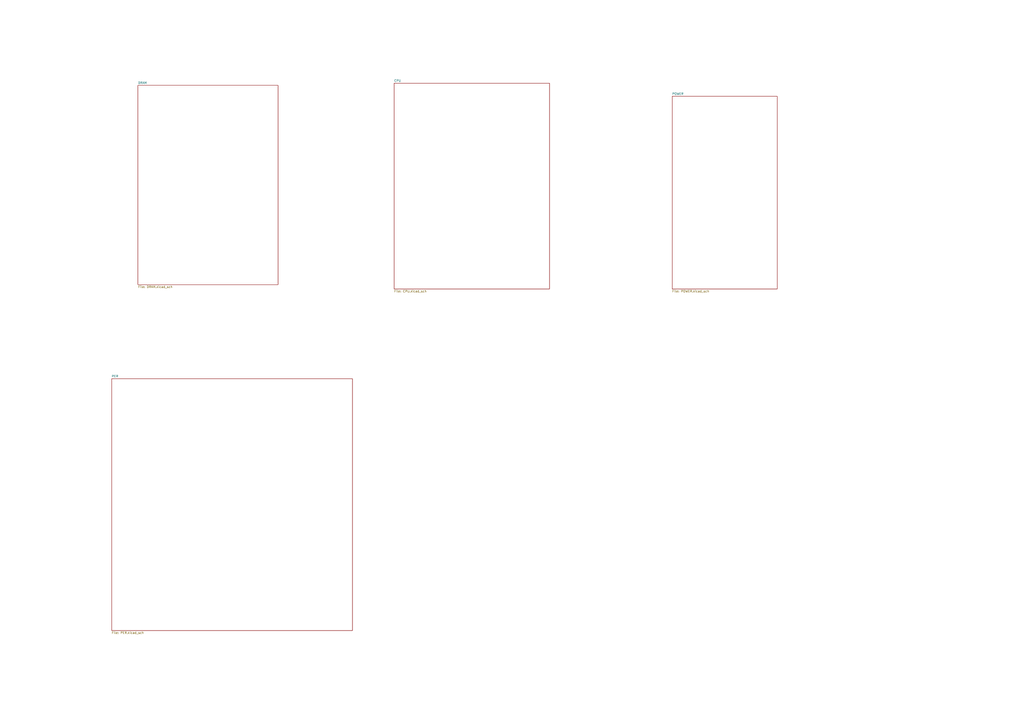
<source format=kicad_sch>
(kicad_sch (version 20211123) (generator eeschema)

  (uuid e63e39d7-6ac0-4ffd-8aa3-1841a4541b55)

  (paper "A2")

  (title_block
    (date "2022-01-30")
  )

  (lib_symbols
  )


  (sheet (at 228.6 48.26) (size 90.17 119.38) (fields_autoplaced)
    (stroke (width 0.1524) (type solid) (color 0 0 0 0))
    (fill (color 0 0 0 0.0000))
    (uuid 02dfc196-d6a5-419a-a42c-6b68de976338)
    (property "Sheet name" "CPU" (id 0) (at 228.6 47.5484 0)
      (effects (font (size 1.27 1.27)) (justify left bottom))
    )
    (property "Sheet file" "CPU.kicad_sch" (id 1) (at 228.6 168.2246 0)
      (effects (font (size 1.27 1.27)) (justify left top))
    )
  )

  (sheet (at 64.77 219.71) (size 139.7 146.05) (fields_autoplaced)
    (stroke (width 0.1524) (type solid) (color 0 0 0 0))
    (fill (color 0 0 0 0.0000))
    (uuid 18feda11-f66f-4548-8a56-921f4b2f8256)
    (property "Sheet name" "PER" (id 0) (at 64.77 218.9984 0)
      (effects (font (size 1.27 1.27)) (justify left bottom))
    )
    (property "Sheet file" "PER.kicad_sch" (id 1) (at 64.77 366.3446 0)
      (effects (font (size 1.27 1.27)) (justify left top))
    )
  )

  (sheet (at 389.89 55.88) (size 60.96 111.76) (fields_autoplaced)
    (stroke (width 0.1524) (type solid) (color 0 0 0 0))
    (fill (color 0 0 0 0.0000))
    (uuid baba7914-ad97-4a88-860e-067bb0c199b1)
    (property "Sheet name" "POWER" (id 0) (at 389.89 55.1684 0)
      (effects (font (size 1.27 1.27)) (justify left bottom))
    )
    (property "Sheet file" "POWER.kicad_sch" (id 1) (at 389.89 168.2246 0)
      (effects (font (size 1.27 1.27)) (justify left top))
    )
  )

  (sheet (at 80.01 49.53) (size 81.28 115.57) (fields_autoplaced)
    (stroke (width 0.1524) (type solid) (color 0 0 0 0))
    (fill (color 0 0 0 0.0000))
    (uuid e93b4aa0-7fe2-4b97-9fb5-c5458e04e006)
    (property "Sheet name" "DRAM" (id 0) (at 80.01 48.8184 0)
      (effects (font (size 1.27 1.27)) (justify left bottom))
    )
    (property "Sheet file" "DRAM.kicad_sch" (id 1) (at 80.01 165.6846 0)
      (effects (font (size 1.27 1.27)) (justify left top))
    )
  )

  (sheet_instances
    (path "/" (page "1"))
    (path "/e93b4aa0-7fe2-4b97-9fb5-c5458e04e006" (page "2"))
    (path "/02dfc196-d6a5-419a-a42c-6b68de976338" (page "3"))
    (path "/baba7914-ad97-4a88-860e-067bb0c199b1" (page "4"))
    (path "/18feda11-f66f-4548-8a56-921f4b2f8256" (page "5"))
  )

  (symbol_instances
    (path "/02dfc196-d6a5-419a-a42c-6b68de976338/f634e481-acf6-4e12-8fe1-ef99863719f7"
      (reference "#FLG01") (unit 1) (value "PWR_FLAG") (footprint "")
    )
    (path "/baba7914-ad97-4a88-860e-067bb0c199b1/1164f4b6-c1cd-4ea2-afd9-d03eecfd1a1b"
      (reference "#FLG02") (unit 1) (value "PWR_FLAG") (footprint "")
    )
    (path "/baba7914-ad97-4a88-860e-067bb0c199b1/87ac71e9-3363-4c03-9768-7366400085a9"
      (reference "#FLG03") (unit 1) (value "PWR_FLAG") (footprint "")
    )
    (path "/baba7914-ad97-4a88-860e-067bb0c199b1/4fa89952-e566-4ff9-b8ce-02be72465806"
      (reference "#FLG04") (unit 1) (value "PWR_FLAG") (footprint "")
    )
    (path "/baba7914-ad97-4a88-860e-067bb0c199b1/7f375ce7-2479-45b6-b1cb-45914f71fed1"
      (reference "#FLG05") (unit 1) (value "PWR_FLAG") (footprint "")
    )
    (path "/baba7914-ad97-4a88-860e-067bb0c199b1/30de995b-d513-4eb0-af4e-b0fab30fe7fc"
      (reference "#FLG06") (unit 1) (value "PWR_FLAG") (footprint "")
    )
    (path "/18feda11-f66f-4548-8a56-921f4b2f8256/61230d39-abde-4392-9a3c-9110694a7f93"
      (reference "#FLG07") (unit 1) (value "PWR_FLAG") (footprint "")
    )
    (path "/18feda11-f66f-4548-8a56-921f4b2f8256/bba5a11c-4b29-4831-b58b-2a3b4edd206e"
      (reference "#FLG08") (unit 1) (value "PWR_FLAG") (footprint "")
    )
    (path "/e93b4aa0-7fe2-4b97-9fb5-c5458e04e006/c36ec30e-70f3-44c0-926f-5244b3409024"
      (reference "#PWR01") (unit 1) (value "GND") (footprint "")
    )
    (path "/e93b4aa0-7fe2-4b97-9fb5-c5458e04e006/26d12e00-49f4-4e9b-be88-6eaf318fc776"
      (reference "#PWR02") (unit 1) (value "GND") (footprint "")
    )
    (path "/e93b4aa0-7fe2-4b97-9fb5-c5458e04e006/9f362670-f6b2-4d55-a207-d46f53b2721c"
      (reference "#PWR03") (unit 1) (value "GND") (footprint "")
    )
    (path "/e93b4aa0-7fe2-4b97-9fb5-c5458e04e006/4fab43e7-5b36-4aff-8f40-005a4f9cc06f"
      (reference "#PWR04") (unit 1) (value "VDD_DRAM") (footprint "")
    )
    (path "/e93b4aa0-7fe2-4b97-9fb5-c5458e04e006/180d682a-f688-4049-bce2-b09e5ad3aac7"
      (reference "#PWR05") (unit 1) (value "GND") (footprint "")
    )
    (path "/e93b4aa0-7fe2-4b97-9fb5-c5458e04e006/d057e17e-5241-40b1-867c-948ce87cfcc6"
      (reference "#PWR06") (unit 1) (value "VDD_DRAM") (footprint "")
    )
    (path "/e93b4aa0-7fe2-4b97-9fb5-c5458e04e006/f48acad3-6cba-4383-a4d2-6b7fec7dac23"
      (reference "#PWR07") (unit 1) (value "GND") (footprint "")
    )
    (path "/e93b4aa0-7fe2-4b97-9fb5-c5458e04e006/70ee309c-418c-4230-a4cb-6d06f0dc6948"
      (reference "#PWR08") (unit 1) (value "GND") (footprint "")
    )
    (path "/e93b4aa0-7fe2-4b97-9fb5-c5458e04e006/a07c90d0-6232-4a3e-88ba-cac90f920611"
      (reference "#PWR09") (unit 1) (value "GND") (footprint "")
    )
    (path "/e93b4aa0-7fe2-4b97-9fb5-c5458e04e006/2b530207-ffde-4b95-8d70-aad5cc0eb2b5"
      (reference "#PWR010") (unit 1) (value "VDD_DRAM") (footprint "")
    )
    (path "/e93b4aa0-7fe2-4b97-9fb5-c5458e04e006/0a64f6f2-0b5a-42e3-84be-cbd2822fbacb"
      (reference "#PWR011") (unit 1) (value "GND") (footprint "")
    )
    (path "/e93b4aa0-7fe2-4b97-9fb5-c5458e04e006/4ea0738e-43b4-4401-bdc6-576d4e31e168"
      (reference "#PWR012") (unit 1) (value "VDD_DRAM") (footprint "")
    )
    (path "/e93b4aa0-7fe2-4b97-9fb5-c5458e04e006/807d4c32-ee43-486d-bdfa-4a59dceadfe2"
      (reference "#PWR013") (unit 1) (value "VDD_DRAM") (footprint "")
    )
    (path "/e93b4aa0-7fe2-4b97-9fb5-c5458e04e006/b514eaad-c7a1-402d-b8c5-67225ea743a6"
      (reference "#PWR014") (unit 1) (value "GND") (footprint "")
    )
    (path "/e93b4aa0-7fe2-4b97-9fb5-c5458e04e006/608066d9-a7ad-466c-a852-7151a6b21d3d"
      (reference "#PWR015") (unit 1) (value "GND") (footprint "")
    )
    (path "/02dfc196-d6a5-419a-a42c-6b68de976338/3faef568-d6cd-45fa-8524-a321e3a0d97e"
      (reference "#PWR016") (unit 1) (value "VDD_CPUS") (footprint "")
    )
    (path "/02dfc196-d6a5-419a-a42c-6b68de976338/78b93d65-b431-4a74-a620-7bec578dc0cf"
      (reference "#PWR017") (unit 1) (value "GND") (footprint "")
    )
    (path "/02dfc196-d6a5-419a-a42c-6b68de976338/cf79f544-4996-45a0-808d-db166b7660b8"
      (reference "#PWR018") (unit 1) (value "VDD_CPUX") (footprint "")
    )
    (path "/02dfc196-d6a5-419a-a42c-6b68de976338/cae7441a-92b6-46b2-a3ba-c47e42ef59c3"
      (reference "#PWR019") (unit 1) (value "GND") (footprint "")
    )
    (path "/02dfc196-d6a5-419a-a42c-6b68de976338/66414163-ecdf-4f60-9924-20ce8a383584"
      (reference "#PWR020") (unit 1) (value "VDD_SYSTEM") (footprint "")
    )
    (path "/02dfc196-d6a5-419a-a42c-6b68de976338/4e870b3e-fe8b-4e7e-9b1e-f9eb4f25a8fb"
      (reference "#PWR021") (unit 1) (value "GND") (footprint "")
    )
    (path "/02dfc196-d6a5-419a-a42c-6b68de976338/97431b5e-0664-4d58-80a8-1eaebe511acc"
      (reference "#PWR022") (unit 1) (value "+3V3") (footprint "")
    )
    (path "/02dfc196-d6a5-419a-a42c-6b68de976338/4bb7650a-4f9f-47f6-a9a1-8ff2863e1edb"
      (reference "#PWR023") (unit 1) (value "GND") (footprint "")
    )
    (path "/02dfc196-d6a5-419a-a42c-6b68de976338/be2bc57d-b635-4e0b-a400-1245bceb71ee"
      (reference "#PWR024") (unit 1) (value "GND") (footprint "")
    )
    (path "/02dfc196-d6a5-419a-a42c-6b68de976338/bcaf5622-a67d-42c9-bc38-f553924017a2"
      (reference "#PWR025") (unit 1) (value "+3V3") (footprint "")
    )
    (path "/02dfc196-d6a5-419a-a42c-6b68de976338/1a02fb06-4c3c-4edc-8420-3c44acb5a24d"
      (reference "#PWR026") (unit 1) (value "GNDA") (footprint "")
    )
    (path "/02dfc196-d6a5-419a-a42c-6b68de976338/ac2bafc8-f1e6-4057-9b40-dbc0bab03fe6"
      (reference "#PWR027") (unit 1) (value "GND") (footprint "")
    )
    (path "/02dfc196-d6a5-419a-a42c-6b68de976338/d1c1d73b-432e-4cda-8ff7-c862098b7eda"
      (reference "#PWR028") (unit 1) (value "VDD_CPUS") (footprint "")
    )
    (path "/02dfc196-d6a5-419a-a42c-6b68de976338/6cbfcde6-e4a8-4d38-aabe-67739626a3d5"
      (reference "#PWR029") (unit 1) (value "VDD_CPUX") (footprint "")
    )
    (path "/02dfc196-d6a5-419a-a42c-6b68de976338/216d2d26-e7c7-42e4-a2e2-f8ad1b43db4b"
      (reference "#PWR030") (unit 1) (value "+3V3") (footprint "")
    )
    (path "/02dfc196-d6a5-419a-a42c-6b68de976338/84fb16c9-245c-4ccd-848b-c19ba2514468"
      (reference "#PWR031") (unit 1) (value "VDD_SYSTEM") (footprint "")
    )
    (path "/02dfc196-d6a5-419a-a42c-6b68de976338/39bbae3f-930a-4132-b31e-d09054f0fc0f"
      (reference "#PWR032") (unit 1) (value "+3V3") (footprint "")
    )
    (path "/02dfc196-d6a5-419a-a42c-6b68de976338/35ca7089-a001-4237-9b12-36eb974f6bff"
      (reference "#PWR033") (unit 1) (value "VDD3V3_AV") (footprint "")
    )
    (path "/02dfc196-d6a5-419a-a42c-6b68de976338/91ab80fd-1f95-40f6-b5e8-8d09a814d9b0"
      (reference "#PWR034") (unit 1) (value "GND") (footprint "")
    )
    (path "/02dfc196-d6a5-419a-a42c-6b68de976338/d20791c1-9905-4046-8b71-5319665f8dfa"
      (reference "#PWR035") (unit 1) (value "GND") (footprint "")
    )
    (path "/02dfc196-d6a5-419a-a42c-6b68de976338/3d720ccc-6d71-42a0-b8d5-a88c529aa918"
      (reference "#PWR036") (unit 1) (value "GND") (footprint "")
    )
    (path "/02dfc196-d6a5-419a-a42c-6b68de976338/1babd8e5-75aa-4e3f-9b54-9e484b073d8f"
      (reference "#PWR037") (unit 1) (value "VDD1V1_EPHY") (footprint "")
    )
    (path "/02dfc196-d6a5-419a-a42c-6b68de976338/e0d2f62f-08e4-4cb2-8e26-a134f053f86a"
      (reference "#PWR038") (unit 1) (value "+3V3") (footprint "")
    )
    (path "/02dfc196-d6a5-419a-a42c-6b68de976338/31197c73-573e-40c6-8a62-4e89474f5dd1"
      (reference "#PWR039") (unit 1) (value "GND") (footprint "")
    )
    (path "/02dfc196-d6a5-419a-a42c-6b68de976338/9a3883ea-0bc5-433a-84a1-ed673c5665d9"
      (reference "#PWR040") (unit 1) (value "VDD3V3_AV") (footprint "")
    )
    (path "/02dfc196-d6a5-419a-a42c-6b68de976338/6ff7d902-144f-47a9-9148-95c53a67e075"
      (reference "#PWR041") (unit 1) (value "GNDA") (footprint "")
    )
    (path "/02dfc196-d6a5-419a-a42c-6b68de976338/ef33593b-5a4b-4fa5-bf0e-adba02b2888c"
      (reference "#PWR042") (unit 1) (value "+3V3") (footprint "")
    )
    (path "/02dfc196-d6a5-419a-a42c-6b68de976338/356aa734-e003-4150-92ff-5c4cda935d1f"
      (reference "#PWR043") (unit 1) (value "VDD3V3_AV") (footprint "")
    )
    (path "/02dfc196-d6a5-419a-a42c-6b68de976338/ea4de2f1-f8a9-4957-8d58-37744cd014d4"
      (reference "#PWR044") (unit 1) (value "+3V3") (footprint "")
    )
    (path "/02dfc196-d6a5-419a-a42c-6b68de976338/5af26fe2-5b29-4511-a4e8-747755491303"
      (reference "#PWR045") (unit 1) (value "VDD3V3_AV") (footprint "")
    )
    (path "/02dfc196-d6a5-419a-a42c-6b68de976338/0185ab4d-79ad-4234-8224-bee4f19f83f1"
      (reference "#PWR046") (unit 1) (value "VDD_CPUS") (footprint "")
    )
    (path "/02dfc196-d6a5-419a-a42c-6b68de976338/68177379-93d8-4004-9214-9c0cbb6b8754"
      (reference "#PWR047") (unit 1) (value "GND") (footprint "")
    )
    (path "/02dfc196-d6a5-419a-a42c-6b68de976338/ce3cf52d-57ab-40e2-b956-40c0955a0556"
      (reference "#PWR049") (unit 1) (value "VDD3V3_AV") (footprint "")
    )
    (path "/02dfc196-d6a5-419a-a42c-6b68de976338/e1666e8f-2412-4887-8eaa-d17df407f060"
      (reference "#PWR050") (unit 1) (value "GND") (footprint "")
    )
    (path "/02dfc196-d6a5-419a-a42c-6b68de976338/14033b01-2f37-4011-a745-b9b1ad690336"
      (reference "#PWR051") (unit 1) (value "GND") (footprint "")
    )
    (path "/02dfc196-d6a5-419a-a42c-6b68de976338/d92b146f-35bb-4be8-a1d2-a14eb0da4923"
      (reference "#PWR052") (unit 1) (value "GND") (footprint "")
    )
    (path "/02dfc196-d6a5-419a-a42c-6b68de976338/8b93982e-49c5-42e6-a79e-066a09bcb750"
      (reference "#PWR053") (unit 1) (value "+3V3") (footprint "")
    )
    (path "/02dfc196-d6a5-419a-a42c-6b68de976338/f063c554-f4f6-4386-93fa-ecdd6c50d245"
      (reference "#PWR054") (unit 1) (value "VDD3V3_AV") (footprint "")
    )
    (path "/02dfc196-d6a5-419a-a42c-6b68de976338/6658a285-badf-4558-b9ee-ce6e2ef93c2f"
      (reference "#PWR056") (unit 1) (value "GND") (footprint "")
    )
    (path "/baba7914-ad97-4a88-860e-067bb0c199b1/2f618009-ae0e-45de-ac0a-ed601cba3f38"
      (reference "#PWR057") (unit 1) (value "VCC_IN") (footprint "")
    )
    (path "/baba7914-ad97-4a88-860e-067bb0c199b1/5fa42aad-c95c-4d00-b442-f1ab85d84d14"
      (reference "#PWR058") (unit 1) (value "GND") (footprint "")
    )
    (path "/baba7914-ad97-4a88-860e-067bb0c199b1/9c0fed49-0507-4b90-86b4-355edff69b41"
      (reference "#PWR059") (unit 1) (value "VCC_IN") (footprint "")
    )
    (path "/baba7914-ad97-4a88-860e-067bb0c199b1/562aa518-d8c2-4b07-bd39-5054a805328f"
      (reference "#PWR060") (unit 1) (value "GND") (footprint "")
    )
    (path "/baba7914-ad97-4a88-860e-067bb0c199b1/5a4c59a6-12d9-4862-be95-d2bbaba1d2bf"
      (reference "#PWR061") (unit 1) (value "+3V3") (footprint "")
    )
    (path "/baba7914-ad97-4a88-860e-067bb0c199b1/9a7a82e8-a27c-41d4-8aa5-5451cd72a553"
      (reference "#PWR062") (unit 1) (value "GND") (footprint "")
    )
    (path "/baba7914-ad97-4a88-860e-067bb0c199b1/48a114e1-4dd1-41d2-8c68-cfc9d86c1f24"
      (reference "#PWR063") (unit 1) (value "GND") (footprint "")
    )
    (path "/baba7914-ad97-4a88-860e-067bb0c199b1/7aa836c4-c300-4354-8155-807551520c93"
      (reference "#PWR064") (unit 1) (value "+3V3") (footprint "")
    )
    (path "/baba7914-ad97-4a88-860e-067bb0c199b1/20649d09-3022-4722-9d71-0a43c9688483"
      (reference "#PWR065") (unit 1) (value "VDD3V3_AV") (footprint "")
    )
    (path "/baba7914-ad97-4a88-860e-067bb0c199b1/7ad35c6c-f5cd-4b5b-8b72-aaaa21a64e1b"
      (reference "#PWR067") (unit 1) (value "GND") (footprint "")
    )
    (path "/baba7914-ad97-4a88-860e-067bb0c199b1/d6212d6f-9af4-416a-a1e8-ce76d9246e0e"
      (reference "#PWR068") (unit 1) (value "GND") (footprint "")
    )
    (path "/baba7914-ad97-4a88-860e-067bb0c199b1/d870201e-7601-455c-8750-fab94a26e672"
      (reference "#PWR069") (unit 1) (value "GND") (footprint "")
    )
    (path "/baba7914-ad97-4a88-860e-067bb0c199b1/d809e5dc-584c-4663-a793-af16799987a8"
      (reference "#PWR070") (unit 1) (value "GND") (footprint "")
    )
    (path "/baba7914-ad97-4a88-860e-067bb0c199b1/2b969f04-ce35-4666-9f0b-69b9c89399b4"
      (reference "#PWR071") (unit 1) (value "+3V3") (footprint "")
    )
    (path "/baba7914-ad97-4a88-860e-067bb0c199b1/f318bcf7-3d9b-47d2-987d-c3bd16c774da"
      (reference "#PWR072") (unit 1) (value "VDD_DRAM") (footprint "")
    )
    (path "/baba7914-ad97-4a88-860e-067bb0c199b1/2c5f8593-370a-4c81-8fbb-48a207649603"
      (reference "#PWR073") (unit 1) (value "VCC_IN") (footprint "")
    )
    (path "/baba7914-ad97-4a88-860e-067bb0c199b1/28dc338e-0ba5-4f9f-8cbe-3591f9e2d61c"
      (reference "#PWR074") (unit 1) (value "GND") (footprint "")
    )
    (path "/baba7914-ad97-4a88-860e-067bb0c199b1/4583ba84-2e64-40e4-ace1-b5b09a5060e7"
      (reference "#PWR075") (unit 1) (value "+3V3") (footprint "")
    )
    (path "/baba7914-ad97-4a88-860e-067bb0c199b1/6bf3b9db-24db-4150-b072-5434b4aa4c6d"
      (reference "#PWR076") (unit 1) (value "GND") (footprint "")
    )
    (path "/baba7914-ad97-4a88-860e-067bb0c199b1/e0bea588-f2fa-44b2-9e35-7664383fa06b"
      (reference "#PWR077") (unit 1) (value "GND") (footprint "")
    )
    (path "/baba7914-ad97-4a88-860e-067bb0c199b1/9f5ff121-1acd-4712-bdcf-db8d24d7f5cb"
      (reference "#PWR078") (unit 1) (value "GND") (footprint "")
    )
    (path "/baba7914-ad97-4a88-860e-067bb0c199b1/1dc484dc-02ec-4369-9831-6c3a74cbdf37"
      (reference "#PWR079") (unit 1) (value "GND") (footprint "")
    )
    (path "/baba7914-ad97-4a88-860e-067bb0c199b1/9e40bb9f-348b-4d63-a517-cddcadd8162c"
      (reference "#PWR080") (unit 1) (value "GND") (footprint "")
    )
    (path "/baba7914-ad97-4a88-860e-067bb0c199b1/f5953d5e-cb1d-4406-808e-6aa104bd4b40"
      (reference "#PWR081") (unit 1) (value "GND") (footprint "")
    )
    (path "/baba7914-ad97-4a88-860e-067bb0c199b1/7eedfa3d-a9e4-4fed-a662-c4655223801a"
      (reference "#PWR082") (unit 1) (value "VCC_IN") (footprint "")
    )
    (path "/baba7914-ad97-4a88-860e-067bb0c199b1/54373e0b-a14c-4033-aa37-401449de8c0f"
      (reference "#PWR083") (unit 1) (value "VDD_SYSTEM") (footprint "")
    )
    (path "/baba7914-ad97-4a88-860e-067bb0c199b1/edcdce57-c1e6-4d7c-be1c-94bb1b92cf63"
      (reference "#PWR084") (unit 1) (value "VDD1V1_EPHY") (footprint "")
    )
    (path "/baba7914-ad97-4a88-860e-067bb0c199b1/e35a74c5-12eb-43e6-92f5-74e7ef68c173"
      (reference "#PWR085") (unit 1) (value "GND") (footprint "")
    )
    (path "/baba7914-ad97-4a88-860e-067bb0c199b1/faac1819-4172-43fb-a0c5-e11ab117f65c"
      (reference "#PWR086") (unit 1) (value "VDD_CPUX") (footprint "")
    )
    (path "/18feda11-f66f-4548-8a56-921f4b2f8256/a9a065f3-9331-48ba-b086-97d88a88ba6f"
      (reference "#PWR087") (unit 1) (value "GND") (footprint "")
    )
    (path "/18feda11-f66f-4548-8a56-921f4b2f8256/d95d5fc5-76e8-4c01-a56b-6c1d22bd8641"
      (reference "#PWR088") (unit 1) (value "+3V3") (footprint "")
    )
    (path "/18feda11-f66f-4548-8a56-921f4b2f8256/8da7eae1-ced2-456d-8e9d-c45a94c36c5e"
      (reference "#PWR089") (unit 1) (value "VDD3V3_AV") (footprint "")
    )
    (path "/18feda11-f66f-4548-8a56-921f4b2f8256/15486712-c3e3-4f41-8b3b-296a7733efce"
      (reference "#PWR091") (unit 1) (value "+3V3") (footprint "")
    )
    (path "/18feda11-f66f-4548-8a56-921f4b2f8256/d7ab555e-9459-46e8-81df-d744b0f2280c"
      (reference "#PWR092") (unit 1) (value "GND") (footprint "")
    )
    (path "/18feda11-f66f-4548-8a56-921f4b2f8256/deed97bd-67a0-44b1-8145-eb6a5df80008"
      (reference "#PWR093") (unit 1) (value "GND") (footprint "")
    )
    (path "/18feda11-f66f-4548-8a56-921f4b2f8256/0525171d-17b0-4f82-b910-d7a9eb702d6a"
      (reference "#PWR094") (unit 1) (value "GND") (footprint "")
    )
    (path "/18feda11-f66f-4548-8a56-921f4b2f8256/c1c8dd81-1d6b-407d-b73b-8029a3a56d87"
      (reference "#PWR095") (unit 1) (value "VCC_IN") (footprint "")
    )
    (path "/18feda11-f66f-4548-8a56-921f4b2f8256/039e8f7b-c47f-4a98-9154-eb8ed3d18e59"
      (reference "#PWR096") (unit 1) (value "VCC_IN") (footprint "")
    )
    (path "/18feda11-f66f-4548-8a56-921f4b2f8256/59bd88b7-fb83-46c8-a7d6-fb2900254545"
      (reference "#PWR097") (unit 1) (value "GND") (footprint "")
    )
    (path "/18feda11-f66f-4548-8a56-921f4b2f8256/6386bbdf-b606-42ac-b13c-2ee90008d243"
      (reference "#PWR098") (unit 1) (value "GND") (footprint "")
    )
    (path "/18feda11-f66f-4548-8a56-921f4b2f8256/00f410b0-15a8-4b41-9022-820ff4814c96"
      (reference "#PWR0101") (unit 1) (value "GND") (footprint "")
    )
    (path "/18feda11-f66f-4548-8a56-921f4b2f8256/65f2db54-5f49-4cc7-951a-78cee37973db"
      (reference "#PWR0102") (unit 1) (value "GND") (footprint "")
    )
    (path "/18feda11-f66f-4548-8a56-921f4b2f8256/e8889050-c349-4358-bd64-ac0ec41c7b30"
      (reference "#PWR0103") (unit 1) (value "GND") (footprint "")
    )
    (path "/18feda11-f66f-4548-8a56-921f4b2f8256/e1002bf3-4721-4f55-b257-f6c83837ce4e"
      (reference "#PWR0104") (unit 1) (value "GND") (footprint "")
    )
    (path "/18feda11-f66f-4548-8a56-921f4b2f8256/0daaf0e5-4f8d-4eb5-8fea-fcbd109805dc"
      (reference "#PWR0105") (unit 1) (value "+3V3") (footprint "")
    )
    (path "/18feda11-f66f-4548-8a56-921f4b2f8256/3aa36133-7323-49f5-8d00-b59fa9a518f5"
      (reference "#PWR0106") (unit 1) (value "GND") (footprint "")
    )
    (path "/18feda11-f66f-4548-8a56-921f4b2f8256/6c9e9e3b-012b-4bd4-a55e-c724c20eb167"
      (reference "#PWR0107") (unit 1) (value "VCC_IN") (footprint "")
    )
    (path "/18feda11-f66f-4548-8a56-921f4b2f8256/fd158eb9-a423-4b2c-8615-1bc4ec27da68"
      (reference "#PWR0108") (unit 1) (value "VCC_IN") (footprint "")
    )
    (path "/18feda11-f66f-4548-8a56-921f4b2f8256/dac478ae-db29-4870-b279-0860a858bb69"
      (reference "#PWR0109") (unit 1) (value "GND") (footprint "")
    )
    (path "/18feda11-f66f-4548-8a56-921f4b2f8256/f96480a1-c30a-4a76-8ba7-51638a734958"
      (reference "#PWR0110") (unit 1) (value "GND") (footprint "")
    )
    (path "/18feda11-f66f-4548-8a56-921f4b2f8256/18ebc2e7-027a-4534-b2f8-83708cf0f907"
      (reference "#PWR0111") (unit 1) (value "GND") (footprint "")
    )
    (path "/18feda11-f66f-4548-8a56-921f4b2f8256/5b836ee9-0ee7-4ac3-8fbc-79dcb410d8bf"
      (reference "#PWR0112") (unit 1) (value "GND") (footprint "")
    )
    (path "/18feda11-f66f-4548-8a56-921f4b2f8256/4f7d6b96-cf75-4dbc-b02d-fe7e3de0f502"
      (reference "#PWR0114") (unit 1) (value "VCC_IN") (footprint "")
    )
    (path "/18feda11-f66f-4548-8a56-921f4b2f8256/2e29edb4-03cf-4d54-9c98-8e39d7305e20"
      (reference "#PWR0115") (unit 1) (value "GND") (footprint "")
    )
    (path "/18feda11-f66f-4548-8a56-921f4b2f8256/4f828245-d22d-4f10-9fd9-56a78b4233f0"
      (reference "#PWR0116") (unit 1) (value "+3V3") (footprint "")
    )
    (path "/18feda11-f66f-4548-8a56-921f4b2f8256/2ac73148-15c0-47d3-ba14-0e30b40a519d"
      (reference "#PWR0117") (unit 1) (value "GND") (footprint "")
    )
    (path "/18feda11-f66f-4548-8a56-921f4b2f8256/d5245863-3c4a-479f-9f90-7bc49d2cebda"
      (reference "#PWR0118") (unit 1) (value "GND") (footprint "")
    )
    (path "/18feda11-f66f-4548-8a56-921f4b2f8256/a0950e8a-aae8-4ae6-bda0-f8827b25c2ba"
      (reference "#PWR0119") (unit 1) (value "GND") (footprint "")
    )
    (path "/18feda11-f66f-4548-8a56-921f4b2f8256/7fa7e132-925b-4117-a499-ff34010df5e9"
      (reference "#PWR0120") (unit 1) (value "GND") (footprint "")
    )
    (path "/18feda11-f66f-4548-8a56-921f4b2f8256/a90125af-c923-44bb-9c0c-8af0179d097e"
      (reference "#PWR0121") (unit 1) (value "GND") (footprint "")
    )
    (path "/18feda11-f66f-4548-8a56-921f4b2f8256/d0bea8df-d166-4389-9ad7-d47e1c5f8b75"
      (reference "#PWR0122") (unit 1) (value "GND") (footprint "")
    )
    (path "/18feda11-f66f-4548-8a56-921f4b2f8256/54ecd628-838b-41b7-8f89-fe41d325b807"
      (reference "#PWR0123") (unit 1) (value "GND") (footprint "")
    )
    (path "/18feda11-f66f-4548-8a56-921f4b2f8256/5f45d726-84f5-4c93-8ef3-1817cdb1648e"
      (reference "#PWR0124") (unit 1) (value "+3V3") (footprint "")
    )
    (path "/18feda11-f66f-4548-8a56-921f4b2f8256/a8751015-4246-4108-8029-56de8ec5a2bf"
      (reference "#PWR0125") (unit 1) (value "GND") (footprint "")
    )
    (path "/18feda11-f66f-4548-8a56-921f4b2f8256/4a1aaabc-9e51-4e51-9e80-d41d65599440"
      (reference "#PWR0126") (unit 1) (value "+3V3") (footprint "")
    )
    (path "/18feda11-f66f-4548-8a56-921f4b2f8256/b7a14a0e-5f1e-48f6-82c1-195559196836"
      (reference "#PWR0127") (unit 1) (value "GND") (footprint "")
    )
    (path "/18feda11-f66f-4548-8a56-921f4b2f8256/a7704af7-0018-4bc9-b41a-49a4f2564599"
      (reference "#PWR0128") (unit 1) (value "+3V3") (footprint "")
    )
    (path "/18feda11-f66f-4548-8a56-921f4b2f8256/365b249c-4045-45b1-b4e5-3a078710ac17"
      (reference "#PWR0129") (unit 1) (value "GND") (footprint "")
    )
    (path "/18feda11-f66f-4548-8a56-921f4b2f8256/8bed40d6-f0b9-4d2e-a2c7-e35797a814e8"
      (reference "#PWR0130") (unit 1) (value "GND") (footprint "")
    )
    (path "/18feda11-f66f-4548-8a56-921f4b2f8256/f8d4688e-8649-4daa-9f55-935ce6f8832d"
      (reference "#PWR0131") (unit 1) (value "+3V3") (footprint "")
    )
    (path "/18feda11-f66f-4548-8a56-921f4b2f8256/26a40b4d-5cfd-46cf-8747-525fdad05ffb"
      (reference "#PWR0132") (unit 1) (value "GND") (footprint "")
    )
    (path "/18feda11-f66f-4548-8a56-921f4b2f8256/556816df-4e60-48b0-bac6-c09f2582e8f3"
      (reference "#PWR0133") (unit 1) (value "GND") (footprint "")
    )
    (path "/18feda11-f66f-4548-8a56-921f4b2f8256/78469830-8895-4af2-a6e7-ba9941a8da3a"
      (reference "#PWR0134") (unit 1) (value "GND") (footprint "")
    )
    (path "/18feda11-f66f-4548-8a56-921f4b2f8256/acaa7596-0b78-413f-bedb-e64a42cfc8ea"
      (reference "#PWR0135") (unit 1) (value "+3.3V") (footprint "")
    )
    (path "/18feda11-f66f-4548-8a56-921f4b2f8256/23c8261b-a015-4bb6-aadc-87c454f8cdc4"
      (reference "#PWR0136") (unit 1) (value "GND") (footprint "")
    )
    (path "/18feda11-f66f-4548-8a56-921f4b2f8256/c0a847bd-67a8-4860-97a1-ab3e0e04912c"
      (reference "#PWR0137") (unit 1) (value "+3V3") (footprint "")
    )
    (path "/18feda11-f66f-4548-8a56-921f4b2f8256/cb76452f-fc9f-4e17-99a4-802006b8b1f7"
      (reference "#PWR0138") (unit 1) (value "GND") (footprint "")
    )
    (path "/18feda11-f66f-4548-8a56-921f4b2f8256/2373450e-fc4b-43d5-bb12-06e0de2c32c8"
      (reference "#PWR0139") (unit 1) (value "GND") (footprint "")
    )
    (path "/18feda11-f66f-4548-8a56-921f4b2f8256/7eb2059c-d305-4101-ab1e-34f3f2a375ab"
      (reference "#PWR0140") (unit 1) (value "GND") (footprint "")
    )
    (path "/18feda11-f66f-4548-8a56-921f4b2f8256/d193fbc6-8ad6-4dc2-bf93-5fd8d9e16e32"
      (reference "#PWR0141") (unit 1) (value "GND") (footprint "")
    )
    (path "/18feda11-f66f-4548-8a56-921f4b2f8256/567b3a5b-377d-4177-9632-f5ae5ad3f8a5"
      (reference "#PWR0142") (unit 1) (value "GND") (footprint "")
    )
    (path "/18feda11-f66f-4548-8a56-921f4b2f8256/1aba7dfd-d5d7-47b0-a540-406f9eec7fa4"
      (reference "#PWR0143") (unit 1) (value "+3V3") (footprint "")
    )
    (path "/18feda11-f66f-4548-8a56-921f4b2f8256/609d63b3-7364-4c4d-97e6-a9082634945a"
      (reference "#PWR0144") (unit 1) (value "GND") (footprint "")
    )
    (path "/18feda11-f66f-4548-8a56-921f4b2f8256/017f2564-2eba-4bc3-9b3b-0f253d555a5c"
      (reference "#PWR0145") (unit 1) (value "GND") (footprint "")
    )
    (path "/18feda11-f66f-4548-8a56-921f4b2f8256/13a65759-b6c9-41ec-b1ee-405e7f88f613"
      (reference "#PWR0146") (unit 1) (value "+3V3") (footprint "")
    )
    (path "/18feda11-f66f-4548-8a56-921f4b2f8256/543c4abe-5e3c-4430-9c76-5e666932376e"
      (reference "#PWR0147") (unit 1) (value "GND") (footprint "")
    )
    (path "/18feda11-f66f-4548-8a56-921f4b2f8256/24021ead-2f00-4575-a93a-5c540179677a"
      (reference "#PWR0148") (unit 1) (value "+3.3V") (footprint "")
    )
    (path "/18feda11-f66f-4548-8a56-921f4b2f8256/b316e14c-dfef-4540-baa9-2b2b8b226d6c"
      (reference "#PWR0149") (unit 1) (value "GND") (footprint "")
    )
    (path "/18feda11-f66f-4548-8a56-921f4b2f8256/2337eed6-03c1-436f-af72-dd78eeafa6e5"
      (reference "#PWR0150") (unit 1) (value "VCC_IN") (footprint "")
    )
    (path "/18feda11-f66f-4548-8a56-921f4b2f8256/2cdb9058-5451-4a25-977d-db8dcd4eda5e"
      (reference "#PWR0151") (unit 1) (value "GND") (footprint "")
    )
    (path "/18feda11-f66f-4548-8a56-921f4b2f8256/e98871d7-74da-481e-a8cf-322ca9b4572e"
      (reference "#PWR0152") (unit 1) (value "+3V3") (footprint "")
    )
    (path "/18feda11-f66f-4548-8a56-921f4b2f8256/b8d51f5f-4e36-463c-87ca-d1a514ccd2e5"
      (reference "#PWR0153") (unit 1) (value "GND") (footprint "")
    )
    (path "/18feda11-f66f-4548-8a56-921f4b2f8256/06e193b7-676d-4890-befd-efdc72ff50c2"
      (reference "#PWR0154") (unit 1) (value "+3.3V") (footprint "")
    )
    (path "/18feda11-f66f-4548-8a56-921f4b2f8256/f1ba3130-f1b2-47e9-b88d-630811740ecf"
      (reference "#PWR0155") (unit 1) (value "+3V3") (footprint "")
    )
    (path "/18feda11-f66f-4548-8a56-921f4b2f8256/7e6c8897-ac42-449c-ba5f-335d7a1d2710"
      (reference "#PWR0156") (unit 1) (value "GND") (footprint "")
    )
    (path "/18feda11-f66f-4548-8a56-921f4b2f8256/94dd59c2-eb70-4a3b-afc3-5f38c8084190"
      (reference "#PWR0157") (unit 1) (value "GND") (footprint "")
    )
    (path "/18feda11-f66f-4548-8a56-921f4b2f8256/a6f1c3f7-8dc0-4200-9ba6-a7321069cc96"
      (reference "#PWR0158") (unit 1) (value "GND") (footprint "")
    )
    (path "/18feda11-f66f-4548-8a56-921f4b2f8256/cb193d33-74ae-4255-a741-5efd6e27c422"
      (reference "#PWR0159") (unit 1) (value "GND") (footprint "")
    )
    (path "/18feda11-f66f-4548-8a56-921f4b2f8256/0e940db2-4d64-43cb-b394-d1f635419280"
      (reference "#PWR0160") (unit 1) (value "+3.3V") (footprint "")
    )
    (path "/18feda11-f66f-4548-8a56-921f4b2f8256/46dced22-0dc7-4935-83b2-f22e40430aef"
      (reference "#PWR0161") (unit 1) (value "GND") (footprint "")
    )
    (path "/18feda11-f66f-4548-8a56-921f4b2f8256/f6788cb4-84dd-4245-9921-02654a96ff90"
      (reference "#PWR0162") (unit 1) (value "+3.3V") (footprint "")
    )
    (path "/18feda11-f66f-4548-8a56-921f4b2f8256/f1cee433-fa2b-47a4-a1ed-026f142fae94"
      (reference "#PWR0163") (unit 1) (value "+3.3V") (footprint "")
    )
    (path "/18feda11-f66f-4548-8a56-921f4b2f8256/ff88d251-3100-4896-803d-8023058951ac"
      (reference "#PWR0164") (unit 1) (value "GND") (footprint "")
    )
    (path "/18feda11-f66f-4548-8a56-921f4b2f8256/2af0d622-ae8a-44ab-9998-e254dea095ad"
      (reference "#PWR0165") (unit 1) (value "GND") (footprint "")
    )
    (path "/18feda11-f66f-4548-8a56-921f4b2f8256/940005b4-9397-4de1-b1a5-5acc941da73b"
      (reference "#PWR0166") (unit 1) (value "VCC_IN") (footprint "")
    )
    (path "/18feda11-f66f-4548-8a56-921f4b2f8256/35f54af2-d861-4ed4-ac5b-80459043d4d7"
      (reference "#PWR0167") (unit 1) (value "VCC_IN") (footprint "")
    )
    (path "/18feda11-f66f-4548-8a56-921f4b2f8256/949ee5e5-9c61-4417-939d-1df41827d86f"
      (reference "#PWR0168") (unit 1) (value "GND") (footprint "")
    )
    (path "/18feda11-f66f-4548-8a56-921f4b2f8256/1ba061d9-420b-4782-96b6-88c130e3332a"
      (reference "#PWR0169") (unit 1) (value "GND") (footprint "")
    )
    (path "/18feda11-f66f-4548-8a56-921f4b2f8256/b9d600aa-042a-4415-b66c-4515fdfc3616"
      (reference "#PWR0170") (unit 1) (value "VCC_IN") (footprint "")
    )
    (path "/18feda11-f66f-4548-8a56-921f4b2f8256/fd9a8903-e797-4076-97b1-1efc57e03ca9"
      (reference "#PWR0171") (unit 1) (value "GND") (footprint "")
    )
    (path "/18feda11-f66f-4548-8a56-921f4b2f8256/15010647-1d97-4f3b-80b6-2cdfcac657f8"
      (reference "#PWR0172") (unit 1) (value "+3V3") (footprint "")
    )
    (path "/02dfc196-d6a5-419a-a42c-6b68de976338/d24f3321-4962-4923-bd25-9df2115af06d"
      (reference "#PWR0173") (unit 1) (value "GND") (footprint "")
    )
    (path "/02dfc196-d6a5-419a-a42c-6b68de976338/a9808bd7-9115-4cf9-b00c-f8d64ce3ec99"
      (reference "#PWR0174") (unit 1) (value "GND") (footprint "")
    )
    (path "/baba7914-ad97-4a88-860e-067bb0c199b1/51008af9-7e6a-4fbe-bb56-c3ea2a1216a6"
      (reference "#PWR0175") (unit 1) (value "GND") (footprint "")
    )
    (path "/18feda11-f66f-4548-8a56-921f4b2f8256/80930d3f-03e3-4126-9be5-70fcde646c9c"
      (reference "4.7K1") (unit 1) (value "4.7k") (footprint "Resistor_SMD:R_0402_1005Metric")
    )
    (path "/18feda11-f66f-4548-8a56-921f4b2f8256/88be489b-0c81-426d-b394-4b11ac42898e"
      (reference "A1") (unit 1) (value "A") (footprint "My_Library:AN9520-245")
    )
    (path "/e93b4aa0-7fe2-4b97-9fb5-c5458e04e006/17445ed8-f8d8-4242-90a1-909399d359dc"
      (reference "C1") (unit 1) (value "104") (footprint "Capacitor_SMD:C_0402_1005Metric")
    )
    (path "/e93b4aa0-7fe2-4b97-9fb5-c5458e04e006/4c358eeb-00f5-4d25-8716-cc12db7f61b0"
      (reference "C2") (unit 1) (value "104") (footprint "Capacitor_SMD:C_0402_1005Metric")
    )
    (path "/e93b4aa0-7fe2-4b97-9fb5-c5458e04e006/452e4d58-b9a5-40f4-b99e-e23658b856df"
      (reference "C3") (unit 1) (value "10uF") (footprint "Capacitor_SMD:C_0402_1005Metric")
    )
    (path "/e93b4aa0-7fe2-4b97-9fb5-c5458e04e006/df091534-6409-4b0c-89bc-a10c3355fc3b"
      (reference "C4") (unit 1) (value "10uF") (footprint "Capacitor_SMD:C_0402_1005Metric")
    )
    (path "/e93b4aa0-7fe2-4b97-9fb5-c5458e04e006/688617cc-d744-41e9-9308-1a6bcc433447"
      (reference "C5") (unit 1) (value "104") (footprint "Capacitor_SMD:C_0402_1005Metric")
    )
    (path "/e93b4aa0-7fe2-4b97-9fb5-c5458e04e006/d7689cb7-16ad-474f-bebb-018c783bbf17"
      (reference "C6") (unit 1) (value "104") (footprint "Capacitor_SMD:C_0402_1005Metric")
    )
    (path "/e93b4aa0-7fe2-4b97-9fb5-c5458e04e006/276179bc-0612-443f-b1ce-d72590435c94"
      (reference "C7") (unit 1) (value "1uF") (footprint "Capacitor_SMD:C_0402_1005Metric")
    )
    (path "/e93b4aa0-7fe2-4b97-9fb5-c5458e04e006/0b84daad-0454-4d05-8db6-331c36d291b4"
      (reference "C8") (unit 1) (value "1uF") (footprint "Capacitor_SMD:C_0402_1005Metric")
    )
    (path "/e93b4aa0-7fe2-4b97-9fb5-c5458e04e006/96bc14a7-a608-4f24-a92e-d28b3bee6410"
      (reference "C9") (unit 1) (value "1uF") (footprint "Capacitor_SMD:C_0402_1005Metric")
    )
    (path "/e93b4aa0-7fe2-4b97-9fb5-c5458e04e006/18ef18bb-0e6f-4150-812a-00aa67fdfbb2"
      (reference "C10") (unit 1) (value "1uF") (footprint "Capacitor_SMD:C_0402_1005Metric")
    )
    (path "/e93b4aa0-7fe2-4b97-9fb5-c5458e04e006/74b9a275-8d2d-4a9e-9039-d7e3539bee14"
      (reference "C11") (unit 1) (value "104") (footprint "Capacitor_SMD:C_0402_1005Metric")
    )
    (path "/e93b4aa0-7fe2-4b97-9fb5-c5458e04e006/e4d785e5-7cbb-4fd8-9fd7-fa91e2c37641"
      (reference "C12") (unit 1) (value "104") (footprint "Capacitor_SMD:C_0402_1005Metric")
    )
    (path "/e93b4aa0-7fe2-4b97-9fb5-c5458e04e006/eeb97dc0-be7b-4d62-bfa5-0cddc8e0ee68"
      (reference "C13") (unit 1) (value "104") (footprint "Capacitor_SMD:C_0402_1005Metric")
    )
    (path "/e93b4aa0-7fe2-4b97-9fb5-c5458e04e006/eb52054f-d818-40aa-a1e6-08d410a61d95"
      (reference "C14") (unit 1) (value "104") (footprint "Capacitor_SMD:C_0402_1005Metric")
    )
    (path "/02dfc196-d6a5-419a-a42c-6b68de976338/e8905551-f114-4f41-91ec-c45fc0c6a21c"
      (reference "C15") (unit 1) (value "104") (footprint "Capacitor_SMD:C_0402_1005Metric")
    )
    (path "/02dfc196-d6a5-419a-a42c-6b68de976338/7e85a0c5-7aee-449a-9a7a-a8dd6b218168"
      (reference "C16") (unit 1) (value "10uF") (footprint "Capacitor_SMD:C_0402_1005Metric")
    )
    (path "/02dfc196-d6a5-419a-a42c-6b68de976338/271e7784-ce61-44e5-980c-2ba657336a6a"
      (reference "C17") (unit 1) (value "1uF") (footprint "Capacitor_SMD:C_0402_1005Metric")
    )
    (path "/02dfc196-d6a5-419a-a42c-6b68de976338/b83c134a-f76d-45d1-9c91-e1b3c3e2696b"
      (reference "C18") (unit 1) (value "1uF") (footprint "Capacitor_SMD:C_0402_1005Metric")
    )
    (path "/02dfc196-d6a5-419a-a42c-6b68de976338/eb98ffe7-8d0c-4c9f-9d88-40c8d5bad9fb"
      (reference "C19") (unit 1) (value "104") (footprint "Capacitor_SMD:C_0402_1005Metric")
    )
    (path "/02dfc196-d6a5-419a-a42c-6b68de976338/b60a4fb3-dfc3-4ca9-a818-1cb853360c98"
      (reference "C20") (unit 1) (value "104") (footprint "Capacitor_SMD:C_0402_1005Metric")
    )
    (path "/02dfc196-d6a5-419a-a42c-6b68de976338/e787c923-67c4-41ae-ae34-016c2501de9b"
      (reference "C21") (unit 1) (value "10uF") (footprint "Capacitor_SMD:C_0402_1005Metric")
    )
    (path "/02dfc196-d6a5-419a-a42c-6b68de976338/29b578f5-f7d1-4bc0-aa24-15d663a372c3"
      (reference "C22") (unit 1) (value "1uF") (footprint "Capacitor_SMD:C_0402_1005Metric")
    )
    (path "/02dfc196-d6a5-419a-a42c-6b68de976338/4744261a-4b0e-43de-b247-9718ee7a3843"
      (reference "C23") (unit 1) (value "1uF") (footprint "Capacitor_SMD:C_0402_1005Metric")
    )
    (path "/02dfc196-d6a5-419a-a42c-6b68de976338/ed09a271-2375-4db2-8d0e-a72bf873bd31"
      (reference "C24") (unit 1) (value "104") (footprint "Capacitor_SMD:C_0402_1005Metric")
    )
    (path "/02dfc196-d6a5-419a-a42c-6b68de976338/b19a30f8-6da7-46b4-a48d-611018838a4b"
      (reference "C25") (unit 1) (value "104") (footprint "Capacitor_SMD:C_0402_1005Metric")
    )
    (path "/02dfc196-d6a5-419a-a42c-6b68de976338/ac56b75f-f63e-432a-9c6e-933277e5c411"
      (reference "C26") (unit 1) (value "104") (footprint "Capacitor_SMD:C_0402_1005Metric")
    )
    (path "/02dfc196-d6a5-419a-a42c-6b68de976338/095cfcb8-d3b1-4ff6-a1f2-f693b34ec1bd"
      (reference "C27") (unit 1) (value "10uF") (footprint "Capacitor_SMD:C_0402_1005Metric")
    )
    (path "/02dfc196-d6a5-419a-a42c-6b68de976338/32c1ca9c-8a0d-4650-a60a-24d8987fba4f"
      (reference "C28") (unit 1) (value "1uF") (footprint "Capacitor_SMD:C_0402_1005Metric")
    )
    (path "/02dfc196-d6a5-419a-a42c-6b68de976338/11a586ed-27b0-4aab-b7e1-1465a86afb3d"
      (reference "C29") (unit 1) (value "4.7uF") (footprint "Capacitor_SMD:C_0402_1005Metric")
    )
    (path "/02dfc196-d6a5-419a-a42c-6b68de976338/bb07e307-1e13-4ec2-890b-c9bd3dcba965"
      (reference "C30") (unit 1) (value "104") (footprint "Capacitor_SMD:C_0402_1005Metric")
    )
    (path "/02dfc196-d6a5-419a-a42c-6b68de976338/c2c2c50d-4340-412b-953d-ce030b0ada52"
      (reference "C31") (unit 1) (value "10uF") (footprint "Capacitor_SMD:C_0402_1005Metric")
    )
    (path "/02dfc196-d6a5-419a-a42c-6b68de976338/2caa2381-9458-43f6-a67a-716789e569f2"
      (reference "C32") (unit 1) (value "104") (footprint "Capacitor_SMD:C_0402_1005Metric")
    )
    (path "/02dfc196-d6a5-419a-a42c-6b68de976338/fd697d97-d0a4-4bff-a3ad-93036f32580e"
      (reference "C33") (unit 1) (value "12pf") (footprint "Capacitor_SMD:C_0402_1005Metric")
    )
    (path "/02dfc196-d6a5-419a-a42c-6b68de976338/dc48a499-5f19-46b2-9ade-887deaa7c028"
      (reference "C34") (unit 1) (value "4.7uF") (footprint "Capacitor_SMD:C_0402_1005Metric")
    )
    (path "/02dfc196-d6a5-419a-a42c-6b68de976338/d53ef9c8-caba-479f-86ef-187b3fe39cfc"
      (reference "C35") (unit 1) (value "4.7uF") (footprint "Capacitor_SMD:C_0402_1005Metric")
    )
    (path "/02dfc196-d6a5-419a-a42c-6b68de976338/c8c63d8b-c3f2-4850-b24e-12abe64f390b"
      (reference "C36") (unit 1) (value "104") (footprint "Capacitor_SMD:C_0402_1005Metric")
    )
    (path "/02dfc196-d6a5-419a-a42c-6b68de976338/388a79ec-b22d-4549-b51b-1e4158b5e2ea"
      (reference "C37") (unit 1) (value "104") (footprint "Capacitor_SMD:C_0402_1005Metric")
    )
    (path "/02dfc196-d6a5-419a-a42c-6b68de976338/176cd94d-7922-4699-a311-c1979085b64f"
      (reference "C38") (unit 1) (value "4.7uF") (footprint "Capacitor_SMD:C_0402_1005Metric")
    )
    (path "/02dfc196-d6a5-419a-a42c-6b68de976338/80f027b9-34b4-45b4-89ea-9c8e78ee9afe"
      (reference "C39") (unit 1) (value "12pf") (footprint "Capacitor_SMD:C_0402_1005Metric")
    )
    (path "/baba7914-ad97-4a88-860e-067bb0c199b1/3a74e607-ced8-48f3-a048-92096fa2b81a"
      (reference "C40") (unit 1) (value "22uF") (footprint "Capacitor_SMD:C_0402_1005Metric")
    )
    (path "/baba7914-ad97-4a88-860e-067bb0c199b1/9b0004d2-a6a6-4fdb-be52-e2965a9cab27"
      (reference "C41") (unit 1) (value "22uF") (footprint "Capacitor_SMD:C_0402_1005Metric")
    )
    (path "/baba7914-ad97-4a88-860e-067bb0c199b1/c3b62679-1c39-4e68-b129-f14a6723bfa6"
      (reference "C42") (unit 1) (value "104") (footprint "Capacitor_SMD:C_0402_1005Metric")
    )
    (path "/baba7914-ad97-4a88-860e-067bb0c199b1/df730c25-80c9-4a05-a886-478d10ea95ee"
      (reference "C43") (unit 1) (value "104") (footprint "Capacitor_SMD:C_0402_1005Metric")
    )
    (path "/baba7914-ad97-4a88-860e-067bb0c199b1/da12df20-082c-4be3-9f87-cb4ab79499d2"
      (reference "C44") (unit 1) (value "104") (footprint "Capacitor_SMD:C_0402_1005Metric")
    )
    (path "/baba7914-ad97-4a88-860e-067bb0c199b1/138afef3-db46-4f45-bf40-ff8a925793f9"
      (reference "C45") (unit 1) (value "22pF") (footprint "Capacitor_SMD:C_0402_1005Metric")
    )
    (path "/baba7914-ad97-4a88-860e-067bb0c199b1/2bcc6b95-c663-4fd6-b9a9-fae00f4884ab"
      (reference "C46") (unit 1) (value "22pF") (footprint "Capacitor_SMD:C_0402_1005Metric")
    )
    (path "/baba7914-ad97-4a88-860e-067bb0c199b1/5660421e-a59d-4ecf-af7f-92c6f7e73e60"
      (reference "C47") (unit 1) (value "22uF") (footprint "Capacitor_SMD:C_0402_1005Metric")
    )
    (path "/baba7914-ad97-4a88-860e-067bb0c199b1/c69204d0-8ef6-4038-99cb-4d4955cf4fcd"
      (reference "C48") (unit 1) (value "22uF") (footprint "Capacitor_SMD:C_0402_1005Metric")
    )
    (path "/baba7914-ad97-4a88-860e-067bb0c199b1/18170854-e613-436f-9dfe-f2d38e5a1872"
      (reference "C49") (unit 1) (value "104") (footprint "Capacitor_SMD:C_0402_1005Metric")
    )
    (path "/baba7914-ad97-4a88-860e-067bb0c199b1/32de342f-977e-410f-a0ef-66abf69b3a4d"
      (reference "C50") (unit 1) (value "104") (footprint "Capacitor_SMD:C_0402_1005Metric")
    )
    (path "/baba7914-ad97-4a88-860e-067bb0c199b1/1207f7d8-8e95-4640-b7ec-81f95387c4d5"
      (reference "C51") (unit 1) (value "22uF") (footprint "Capacitor_SMD:C_0402_1005Metric")
    )
    (path "/baba7914-ad97-4a88-860e-067bb0c199b1/a63f8871-7eca-4502-9ef3-fd0180db0d75"
      (reference "C52") (unit 1) (value "104") (footprint "Capacitor_SMD:C_0402_1005Metric")
    )
    (path "/baba7914-ad97-4a88-860e-067bb0c199b1/a41891fb-b44b-4044-ad78-9ecd7aa1abfd"
      (reference "C53") (unit 1) (value "22pF") (footprint "Capacitor_SMD:C_0402_1005Metric")
    )
    (path "/baba7914-ad97-4a88-860e-067bb0c199b1/fd0b0ee7-b73a-4704-9632-2a7e892b8315"
      (reference "C54") (unit 1) (value "104") (footprint "Capacitor_SMD:C_0402_1005Metric")
    )
    (path "/baba7914-ad97-4a88-860e-067bb0c199b1/31d313db-9f0b-4e3f-98f7-b6413ab00384"
      (reference "C55") (unit 1) (value "22pF") (footprint "Capacitor_SMD:C_0402_1005Metric")
    )
    (path "/baba7914-ad97-4a88-860e-067bb0c199b1/6675bc04-79fa-4652-9d28-c4678b0d3333"
      (reference "C56") (unit 1) (value "22uF") (footprint "Capacitor_SMD:C_0402_1005Metric")
    )
    (path "/baba7914-ad97-4a88-860e-067bb0c199b1/27a8f1cd-51b7-4d74-a405-fbd34d19a15f"
      (reference "C57") (unit 1) (value "104") (footprint "Capacitor_SMD:C_0402_1005Metric")
    )
    (path "/baba7914-ad97-4a88-860e-067bb0c199b1/f1fd9032-e20d-49a2-9870-f099b6fe4df9"
      (reference "C58") (unit 1) (value "104") (footprint "Capacitor_SMD:C_0402_1005Metric")
    )
    (path "/baba7914-ad97-4a88-860e-067bb0c199b1/009ec14e-e28f-414d-b4d6-f22082f5a9e3"
      (reference "C59") (unit 1) (value "22uF") (footprint "Capacitor_SMD:C_0402_1005Metric")
    )
    (path "/baba7914-ad97-4a88-860e-067bb0c199b1/599c54c6-a033-4122-b7b8-607990e8ebf8"
      (reference "C60") (unit 1) (value "22uF") (footprint "Capacitor_SMD:C_0402_1005Metric")
    )
    (path "/baba7914-ad97-4a88-860e-067bb0c199b1/de6ec30c-d3e6-436c-b9eb-89f300f80225"
      (reference "C61") (unit 1) (value "104") (footprint "Capacitor_SMD:C_0402_1005Metric")
    )
    (path "/18feda11-f66f-4548-8a56-921f4b2f8256/2e4ad395-361b-4a78-be9d-3c45dd042724"
      (reference "C62") (unit 1) (value "4.7uF") (footprint "Capacitor_SMD:C_0402_1005Metric")
    )
    (path "/18feda11-f66f-4548-8a56-921f4b2f8256/26ce5bfd-1ace-4f46-bbeb-9f90c244f23e"
      (reference "C63") (unit 1) (value "4.7uF") (footprint "Capacitor_SMD:C_0402_1005Metric")
    )
    (path "/18feda11-f66f-4548-8a56-921f4b2f8256/3036b56e-42df-454f-86ab-6f556bdd4fb1"
      (reference "C67") (unit 1) (value "104") (footprint "Capacitor_SMD:C_0402_1005Metric")
    )
    (path "/18feda11-f66f-4548-8a56-921f4b2f8256/e2141334-bf88-4a60-92c5-bcb69ef16735"
      (reference "C68") (unit 1) (value "104") (footprint "Capacitor_SMD:C_0402_1005Metric")
    )
    (path "/18feda11-f66f-4548-8a56-921f4b2f8256/29b3a797-4b68-41df-b390-94eafbbb4a08"
      (reference "C71") (unit 1) (value "1uF") (footprint "Capacitor_SMD:C_0402_1005Metric")
    )
    (path "/18feda11-f66f-4548-8a56-921f4b2f8256/3a0b5c78-4294-47e6-a17e-f12705a74781"
      (reference "C72") (unit 1) (value "104") (footprint "Capacitor_SMD:C_0402_1005Metric")
    )
    (path "/18feda11-f66f-4548-8a56-921f4b2f8256/09148526-45e8-4a02-afb1-93f43c0ff2ab"
      (reference "C73") (unit 1) (value "104") (footprint "Capacitor_SMD:C_0402_1005Metric")
    )
    (path "/18feda11-f66f-4548-8a56-921f4b2f8256/8338bdb8-ce15-4011-a2bc-22d2c25ab57e"
      (reference "C74") (unit 1) (value "104") (footprint "Capacitor_SMD:C_0402_1005Metric")
    )
    (path "/18feda11-f66f-4548-8a56-921f4b2f8256/10498922-4be0-4902-961c-2e1c33bb60f7"
      (reference "C75") (unit 1) (value "10uF") (footprint "Capacitor_SMD:C_0402_1005Metric")
    )
    (path "/18feda11-f66f-4548-8a56-921f4b2f8256/d2c2388f-0381-4148-b4f9-7bcef3cbae4d"
      (reference "C76") (unit 1) (value "0.1uF") (footprint "Capacitor_SMD:C_0402_1005Metric")
    )
    (path "/18feda11-f66f-4548-8a56-921f4b2f8256/d6957992-c692-42bb-ae97-1fc931cc671c"
      (reference "C77") (unit 1) (value "100pF") (footprint "Capacitor_SMD:C_0402_1005Metric")
    )
    (path "/18feda11-f66f-4548-8a56-921f4b2f8256/6a4c8d9a-4350-4a89-99e2-b92a74cfa4c4"
      (reference "C78") (unit 1) (value "100pF") (footprint "Capacitor_SMD:C_0402_1005Metric")
    )
    (path "/18feda11-f66f-4548-8a56-921f4b2f8256/03e09325-617a-453f-912d-16994275e606"
      (reference "C79") (unit 1) (value "100pF") (footprint "Capacitor_SMD:C_0402_1005Metric")
    )
    (path "/18feda11-f66f-4548-8a56-921f4b2f8256/b72e220e-63a2-454c-90a0-b73c344a44fc"
      (reference "C80") (unit 1) (value "12pf") (footprint "Capacitor_SMD:C_0402_1005Metric")
    )
    (path "/18feda11-f66f-4548-8a56-921f4b2f8256/d8afd4e8-2b9c-4b8d-ae70-75e16db154a7"
      (reference "C81") (unit 1) (value "12pf") (footprint "Capacitor_SMD:C_0402_1005Metric")
    )
    (path "/18feda11-f66f-4548-8a56-921f4b2f8256/aba7b368-d537-457c-adbc-f7fb30616287"
      (reference "C82") (unit 1) (value "10uF") (footprint "Capacitor_SMD:C_0402_1005Metric")
    )
    (path "/18feda11-f66f-4548-8a56-921f4b2f8256/d5153286-4148-4eed-ac9c-c30f0d37578c"
      (reference "C83") (unit 1) (value "0.1uF") (footprint "Capacitor_SMD:C_0402_1005Metric")
    )
    (path "/18feda11-f66f-4548-8a56-921f4b2f8256/53316fe2-cc5c-4ac6-81f1-37cee80131b6"
      (reference "C84") (unit 1) (value "10uF") (footprint "Capacitor_SMD:C_0402_1005Metric")
    )
    (path "/18feda11-f66f-4548-8a56-921f4b2f8256/33b813cd-89ab-4c73-a535-5dd770ad8b78"
      (reference "C85") (unit 1) (value "22pF") (footprint "Capacitor_SMD:C_0402_1005Metric")
    )
    (path "/18feda11-f66f-4548-8a56-921f4b2f8256/8620ba62-d6fd-4f02-b32f-5a2799995a79"
      (reference "C86") (unit 1) (value "22pF") (footprint "Capacitor_SMD:C_0402_1005Metric")
    )
    (path "/18feda11-f66f-4548-8a56-921f4b2f8256/c95a3279-5228-41b2-8f8f-be25318a52e2"
      (reference "C87") (unit 1) (value "10uF") (footprint "Capacitor_SMD:C_0402_1005Metric")
    )
    (path "/18feda11-f66f-4548-8a56-921f4b2f8256/aafe6cbc-c78b-4893-8479-48a80b78b7fa"
      (reference "C88") (unit 1) (value "10uF") (footprint "Capacitor_SMD:C_0402_1005Metric")
    )
    (path "/18feda11-f66f-4548-8a56-921f4b2f8256/a3fee0e0-f67f-4039-a7c8-1b7319e87fd8"
      (reference "C89") (unit 1) (value "100pF") (footprint "Capacitor_SMD:C_0402_1005Metric")
    )
    (path "/18feda11-f66f-4548-8a56-921f4b2f8256/65d7060c-adab-43a9-a224-e2f39d3d47fe"
      (reference "C90") (unit 1) (value "104") (footprint "Capacitor_SMD:C_0402_1005Metric")
    )
    (path "/18feda11-f66f-4548-8a56-921f4b2f8256/c4360928-6835-4e94-b4d4-9136231dd6a0"
      (reference "C91") (unit 1) (value "104") (footprint "Capacitor_SMD:C_0402_1005Metric")
    )
    (path "/18feda11-f66f-4548-8a56-921f4b2f8256/1e97fb59-5311-42c7-8ebe-e1b011d3042b"
      (reference "C92") (unit 1) (value "104") (footprint "Capacitor_SMD:C_0402_1005Metric")
    )
    (path "/18feda11-f66f-4548-8a56-921f4b2f8256/6f6d33ed-5a53-4ca8-921f-fa9cfb4b1bea"
      (reference "C93") (unit 1) (value "104") (footprint "Capacitor_SMD:C_0402_1005Metric")
    )
    (path "/18feda11-f66f-4548-8a56-921f4b2f8256/d0f9656f-c43e-4e5b-9f0c-f838b8bfdf4a"
      (reference "D1") (unit 1) (value "LED") (footprint "LED_SMD:LED_0603_1608Metric")
    )
    (path "/18feda11-f66f-4548-8a56-921f4b2f8256/80829c6c-80b0-4e6b-96c1-5fa029efbb2d"
      (reference "D2") (unit 1) (value "LED") (footprint "LED_SMD:LED_0603_1608Metric")
    )
    (path "/18feda11-f66f-4548-8a56-921f4b2f8256/8e9de5a0-98de-4cc3-9ec9-bd211e93f364"
      (reference "D3") (unit 1) (value "D_Schottky") (footprint "Diode_SMD:D_SOD-323")
    )
    (path "/18feda11-f66f-4548-8a56-921f4b2f8256/28154d37-f223-43a2-af12-79b8be919891"
      (reference "D4") (unit 1) (value "RCLAMP0524P") (footprint "My_Library:DFN2510-10_L2.5-W1.0-P0.50-BL")
    )
    (path "/18feda11-f66f-4548-8a56-921f4b2f8256/61041616-6055-41c2-a514-94c38f1e75a2"
      (reference "D5") (unit 1) (value "RCLAMP0524P") (footprint "My_Library:DFN2510-10_L2.5-W1.0-P0.50-BL")
    )
    (path "/18feda11-f66f-4548-8a56-921f4b2f8256/47cbd36b-e278-4c58-9f50-01d06f05a512"
      (reference "D6") (unit 1) (value "RCLAMP0524P") (footprint "My_Library:DFN2510-10_L2.5-W1.0-P0.50-BL")
    )
    (path "/18feda11-f66f-4548-8a56-921f4b2f8256/1a3157ed-9608-46a0-b7a1-1581b9ce6a44"
      (reference "D7") (unit 1) (value "ESD") (footprint "My_Library:ESD_0402")
    )
    (path "/18feda11-f66f-4548-8a56-921f4b2f8256/bcd8eceb-8edd-4b83-9965-564201077a27"
      (reference "D8") (unit 1) (value "D_Schottky") (footprint "Diode_SMD:D_SOD-323")
    )
    (path "/18feda11-f66f-4548-8a56-921f4b2f8256/166f35c4-bcc5-4371-88ac-974a559a7e98"
      (reference "D9") (unit 1) (value "ESD") (footprint "My_Library:ESD_0402")
    )
    (path "/18feda11-f66f-4548-8a56-921f4b2f8256/1ea6b313-273b-400e-b179-078411fcf65a"
      (reference "D10") (unit 1) (value "ESD") (footprint "My_Library:ESD_0402")
    )
    (path "/18feda11-f66f-4548-8a56-921f4b2f8256/cf3ec43b-a1fb-4df4-ad1f-0ed4c7ce1d1e"
      (reference "D11") (unit 1) (value "ESD") (footprint "My_Library:ESD_0402")
    )
    (path "/e93b4aa0-7fe2-4b97-9fb5-c5458e04e006/8668c908-cc53-4e6d-9f95-54ec957053a8"
      (reference "DU1") (unit 1) (value "DDR3") (footprint "My_Library:FBGA_96")
    )
    (path "/18feda11-f66f-4548-8a56-921f4b2f8256/e13bf3e2-faeb-47f7-a3a2-f71795d07802"
      (reference "F1") (unit 1) (value "FPC_24") (footprint "My_Library:FPC_24_0.5")
    )
    (path "/18feda11-f66f-4548-8a56-921f4b2f8256/e9b33f7b-fb92-4564-b438-62067a08c325"
      (reference "F2") (unit 1) (value "FPC_24") (footprint "My_Library:FPC_24_0.5")
    )
    (path "/18feda11-f66f-4548-8a56-921f4b2f8256/081fd514-68bf-4673-92e9-0d769f731f46"
      (reference "HDMI1") (unit 1) (value "HDMI") (footprint "My_Library:HDMI-SMD")
    )
    (path "/18feda11-f66f-4548-8a56-921f4b2f8256/051aec3f-453c-4e59-bff5-5294a58e407f"
      (reference "J1") (unit 1) (value "PJ313D") (footprint "My_Library:AUDIO-TH_PJ313D")
    )
    (path "/18feda11-f66f-4548-8a56-921f4b2f8256/dd43e099-3e3f-447e-9c26-e159c0cce8cc"
      (reference "J2") (unit 1) (value "HY911105AE") (footprint "My_Library:RJ45-TH_HR911105A")
    )
    (path "/baba7914-ad97-4a88-860e-067bb0c199b1/c1b2d4b0-d6c8-4918-8221-a2ada9cf7cc9"
      (reference "L1") (unit 1) (value "2.2uH") (footprint "My_Library:L2.2uh 2A")
    )
    (path "/baba7914-ad97-4a88-860e-067bb0c199b1/1415b076-82f2-4b30-a2e2-f72c0811aa07"
      (reference "L2") (unit 1) (value "2.2uH") (footprint "My_Library:L2.2uh 2A")
    )
    (path "/baba7914-ad97-4a88-860e-067bb0c199b1/8642f6b7-acbe-49c7-af4c-4ed5d70fd4cd"
      (reference "L3") (unit 1) (value "2.2uH") (footprint "My_Library:L2.2uh 2A")
    )
    (path "/baba7914-ad97-4a88-860e-067bb0c199b1/6ce18499-2103-468b-9ede-e0550cc5165e"
      (reference "L4") (unit 1) (value "2.2uH") (footprint "My_Library:L2.2uh 2A")
    )
    (path "/18feda11-f66f-4548-8a56-921f4b2f8256/31890bce-f3d1-45b3-8490-64e13ffe6e3b"
      (reference "L5") (unit 1) (value "2.2uH") (footprint "Inductor_SMD:L_0805_2012Metric")
    )
    (path "/18feda11-f66f-4548-8a56-921f4b2f8256/bbeed75a-c1d8-4eb2-bd88-2922208f2120"
      (reference "L6") (unit 1) (value "2.2uH") (footprint "Inductor_SMD:L_0805_2012Metric")
    )
    (path "/18feda11-f66f-4548-8a56-921f4b2f8256/dd4bb877-6b4b-4af5-a8e7-ae7aba31e742"
      (reference "MIC1") (unit 1) (value "MIC") (footprint "My_Library:MIC-TH_BD4.0-P1.40-D0.3-L")
    )
    (path "/18feda11-f66f-4548-8a56-921f4b2f8256/3219dbad-b364-4f92-b664-c7598278e9ea"
      (reference "Q1") (unit 1) (value "S8050") (footprint "Package_TO_SOT_SMD:SOT-23")
    )
    (path "/18feda11-f66f-4548-8a56-921f4b2f8256/e143073b-7463-4aad-a9d3-52c3489dbdc9"
      (reference "Q2") (unit 1) (value "BSN20_C558103") (footprint "My_Library:SOT-23-3_L2.9-W1.3-P1.90-LS2.4-BR")
    )
    (path "/e93b4aa0-7fe2-4b97-9fb5-c5458e04e006/c284fcb4-e989-4a19-810c-23800489aea6"
      (reference "R1") (unit 1) (value "240") (footprint "Resistor_SMD:R_0402_1005Metric")
    )
    (path "/e93b4aa0-7fe2-4b97-9fb5-c5458e04e006/74c160b1-975d-41fe-bb6f-d61648dd447b"
      (reference "R2") (unit 1) (value "240") (footprint "Resistor_SMD:R_0402_1005Metric")
    )
    (path "/e93b4aa0-7fe2-4b97-9fb5-c5458e04e006/abd2e658-d2d2-4cfb-b65d-e0fd4e8e54b2"
      (reference "R3") (unit 1) (value "240") (footprint "Resistor_SMD:R_0402_1005Metric")
    )
    (path "/e93b4aa0-7fe2-4b97-9fb5-c5458e04e006/865bce59-08b3-42ae-bb22-ac85a7dddc0f"
      (reference "R4") (unit 1) (value "100") (footprint "Resistor_SMD:R_0402_1005Metric")
    )
    (path "/e93b4aa0-7fe2-4b97-9fb5-c5458e04e006/51759352-3f31-498a-83cf-a61039a57628"
      (reference "R5") (unit 1) (value "2K") (footprint "Resistor_SMD:R_0402_1005Metric")
    )
    (path "/e93b4aa0-7fe2-4b97-9fb5-c5458e04e006/7b88935c-d4f0-4d4e-9275-04c602e430e2"
      (reference "R6") (unit 1) (value "2K") (footprint "Resistor_SMD:R_0402_1005Metric")
    )
    (path "/02dfc196-d6a5-419a-a42c-6b68de976338/cdb66f46-cbcf-4125-9ba4-3b4d6a6cc514"
      (reference "R7") (unit 1) (value "0") (footprint "Resistor_SMD:R_0402_1005Metric")
    )
    (path "/02dfc196-d6a5-419a-a42c-6b68de976338/f21089d6-9ea9-4ecd-b0c3-8845771f79bd"
      (reference "R8") (unit 1) (value "NC") (footprint "Resistor_SMD:R_0402_1005Metric")
    )
    (path "/02dfc196-d6a5-419a-a42c-6b68de976338/ec77a1fb-a139-4638-b987-db22a0d30347"
      (reference "R9") (unit 1) (value "0") (footprint "Resistor_SMD:R_0402_1005Metric")
    )
    (path "/02dfc196-d6a5-419a-a42c-6b68de976338/59958c3b-738e-4c72-8892-e9663f1137ab"
      (reference "R10") (unit 1) (value "47K") (footprint "Resistor_SMD:R_0402_1005Metric")
    )
    (path "/02dfc196-d6a5-419a-a42c-6b68de976338/2e8ab815-feb7-4c06-af23-a6ab160260dc"
      (reference "R11") (unit 1) (value "47K") (footprint "Resistor_SMD:R_0402_1005Metric")
    )
    (path "/02dfc196-d6a5-419a-a42c-6b68de976338/1e8a2580-425d-48fe-b309-8cc0d514cf00"
      (reference "R12") (unit 1) (value "47K") (footprint "Resistor_SMD:R_0402_1005Metric")
    )
    (path "/02dfc196-d6a5-419a-a42c-6b68de976338/75d6be45-99c0-47f9-a120-05165e6fceb6"
      (reference "R13") (unit 1) (value "6K") (footprint "Resistor_SMD:R_0402_1005Metric")
    )
    (path "/02dfc196-d6a5-419a-a42c-6b68de976338/e1b55576-0f65-41a8-9bdc-e761dc2dbc8d"
      (reference "R14") (unit 1) (value "220K") (footprint "Resistor_SMD:R_0402_1005Metric")
    )
    (path "/02dfc196-d6a5-419a-a42c-6b68de976338/b6bf78cb-1f0f-4e86-84ae-5fc271b36b6d"
      (reference "R15") (unit 1) (value "47K") (footprint "Resistor_SMD:R_0402_1005Metric")
    )
    (path "/02dfc196-d6a5-419a-a42c-6b68de976338/c0c1ffca-278a-4521-80af-c80adc2d726a"
      (reference "R16") (unit 1) (value "100K") (footprint "Resistor_SMD:R_0402_1005Metric")
    )
    (path "/baba7914-ad97-4a88-860e-067bb0c199b1/b5a27787-c8d0-40e8-979a-f0ae631f9333"
      (reference "R17") (unit 1) (value "10K") (footprint "Resistor_SMD:R_0402_1005Metric")
    )
    (path "/baba7914-ad97-4a88-860e-067bb0c199b1/d3e2a361-4964-4e0e-b5ee-8add6cae0750"
      (reference "R18") (unit 1) (value "0") (footprint "Resistor_SMD:R_0402_1005Metric")
    )
    (path "/baba7914-ad97-4a88-860e-067bb0c199b1/ecdb27aa-c8f6-4f1e-909b-25c1a467a8a9"
      (reference "R19") (unit 1) (value "450K") (footprint "Resistor_SMD:R_0402_1005Metric")
    )
    (path "/baba7914-ad97-4a88-860e-067bb0c199b1/41ce8564-84a5-47ae-bfd4-96e9c55b4769"
      (reference "R20") (unit 1) (value "100k") (footprint "Resistor_SMD:R_0402_1005Metric")
    )
    (path "/baba7914-ad97-4a88-860e-067bb0c199b1/96ddfb7a-ecae-45e8-99fd-3e3505195f81"
      (reference "R21") (unit 1) (value "150K") (footprint "Resistor_SMD:R_0402_1005Metric")
    )
    (path "/baba7914-ad97-4a88-860e-067bb0c199b1/4341fef0-060f-4a75-b5eb-ef1c3a714b54"
      (reference "R22") (unit 1) (value "100k") (footprint "Resistor_SMD:R_0402_1005Metric")
    )
    (path "/baba7914-ad97-4a88-860e-067bb0c199b1/d9428ba8-61ed-446b-8b4b-fa1c8f46fc2e"
      (reference "R23") (unit 1) (value "10K") (footprint "Resistor_SMD:R_0402_1005Metric")
    )
    (path "/baba7914-ad97-4a88-860e-067bb0c199b1/c65a400f-89ad-4583-9810-16d85b9e2bf9"
      (reference "R24") (unit 1) (value "100K") (footprint "Resistor_SMD:R_0402_1005Metric")
    )
    (path "/baba7914-ad97-4a88-860e-067bb0c199b1/52ded38e-390d-4d27-96de-90a00891904e"
      (reference "R25") (unit 1) (value "80K") (footprint "Resistor_SMD:R_0402_1005Metric")
    )
    (path "/baba7914-ad97-4a88-860e-067bb0c199b1/48821f28-be62-4790-b082-6392a26c08aa"
      (reference "R26") (unit 1) (value "100K") (footprint "Resistor_SMD:R_0402_1005Metric")
    )
    (path "/baba7914-ad97-4a88-860e-067bb0c199b1/e9fbc15a-9081-4b20-8c21-31948d002c0c"
      (reference "R27") (unit 1) (value "100k") (footprint "Resistor_SMD:R_0402_1005Metric")
    )
    (path "/baba7914-ad97-4a88-860e-067bb0c199b1/dff22045-fe9b-42b9-8e15-d49118ff34cb"
      (reference "R28") (unit 1) (value "2") (footprint "Resistor_SMD:R_0402_1005Metric")
    )
    (path "/18feda11-f66f-4548-8a56-921f4b2f8256/dcc16b35-462e-4f64-89f1-a64680b8127d"
      (reference "R29") (unit 1) (value "30K") (footprint "Resistor_SMD:R_0402_1005Metric")
    )
    (path "/18feda11-f66f-4548-8a56-921f4b2f8256/c8a8b454-cebc-43f1-8c3e-1fce744c9ae7"
      (reference "R30") (unit 1) (value "10k") (footprint "Resistor_SMD:R_0402_1005Metric")
    )
    (path "/18feda11-f66f-4548-8a56-921f4b2f8256/98f9e296-3927-4c54-8861-0ceec3d782e2"
      (reference "R31") (unit 1) (value "10K") (footprint "Resistor_SMD:R_0402_1005Metric")
    )
    (path "/18feda11-f66f-4548-8a56-921f4b2f8256/149a3cad-a259-43af-be60-7637a6a1d42d"
      (reference "R32") (unit 1) (value "1M") (footprint "Resistor_SMD:R_0402_1005Metric")
    )
    (path "/18feda11-f66f-4548-8a56-921f4b2f8256/6002c333-4e46-4b57-b05c-c63b04a3735c"
      (reference "R33") (unit 1) (value "30K") (footprint "Resistor_SMD:R_0402_1005Metric")
    )
    (path "/18feda11-f66f-4548-8a56-921f4b2f8256/9d72ec0b-ea88-439d-b756-f0d0a946897f"
      (reference "R34") (unit 1) (value "10K") (footprint "Resistor_SMD:R_0402_1005Metric")
    )
    (path "/18feda11-f66f-4548-8a56-921f4b2f8256/76f980a0-9d4f-4bd0-a48c-f29cbcace962"
      (reference "R35") (unit 1) (value "10K") (footprint "Resistor_SMD:R_0402_1005Metric")
    )
    (path "/18feda11-f66f-4548-8a56-921f4b2f8256/e8c9036c-0c89-45e8-88fc-e66425dda08b"
      (reference "R36") (unit 1) (value "10K") (footprint "Resistor_SMD:R_0402_1005Metric")
    )
    (path "/18feda11-f66f-4548-8a56-921f4b2f8256/bbaa49fb-cd93-4843-89cd-a6e5e58f07f0"
      (reference "R37") (unit 1) (value "NC") (footprint "Resistor_SMD:R_0402_1005Metric")
    )
    (path "/18feda11-f66f-4548-8a56-921f4b2f8256/6957f7ec-334e-434b-8879-4ab7ff857803"
      (reference "R38") (unit 1) (value "1K") (footprint "Resistor_SMD:R_0402_1005Metric")
    )
    (path "/18feda11-f66f-4548-8a56-921f4b2f8256/c84baacf-6dc2-4512-95ca-ac3e0a1a5c94"
      (reference "R41") (unit 1) (value "33") (footprint "Resistor_SMD:R_0402_1005Metric")
    )
    (path "/18feda11-f66f-4548-8a56-921f4b2f8256/e9971636-a29e-47fe-8dc2-2faf0197c03b"
      (reference "R42") (unit 1) (value "47K") (footprint "Resistor_SMD:R_0402_1005Metric")
    )
    (path "/18feda11-f66f-4548-8a56-921f4b2f8256/2b4e24db-5ff8-4950-b8bf-71864de7fb44"
      (reference "R43") (unit 1) (value "47K") (footprint "Resistor_SMD:R_0402_1005Metric")
    )
    (path "/18feda11-f66f-4548-8a56-921f4b2f8256/47d4e60b-daa6-42f5-8f3e-1ef92e37d05e"
      (reference "R44") (unit 1) (value "4.7K") (footprint "Resistor_SMD:R_0402_1005Metric")
    )
    (path "/18feda11-f66f-4548-8a56-921f4b2f8256/52f6a4eb-ea00-4024-ab99-c8d0cd1a5e9c"
      (reference "R45") (unit 1) (value "2K") (footprint "Resistor_SMD:R_0402_1005Metric")
    )
    (path "/18feda11-f66f-4548-8a56-921f4b2f8256/3b7bdf2e-8c79-46fa-8d37-e3e01b6c30b3"
      (reference "R46") (unit 1) (value "2K") (footprint "Resistor_SMD:R_0402_1005Metric")
    )
    (path "/18feda11-f66f-4548-8a56-921f4b2f8256/5de4e600-247d-4f16-80d5-34524bb5ddf6"
      (reference "R47") (unit 1) (value "10k") (footprint "Resistor_SMD:R_0402_1005Metric")
    )
    (path "/18feda11-f66f-4548-8a56-921f4b2f8256/71f778eb-9c91-44fd-9a09-5c00b516459c"
      (reference "R48") (unit 1) (value "1k") (footprint "Resistor_SMD:R_0402_1005Metric")
    )
    (path "/18feda11-f66f-4548-8a56-921f4b2f8256/a7679481-93eb-430f-903c-478faef924f6"
      (reference "R49") (unit 1) (value "5.1M") (footprint "Resistor_SMD:R_0402_1005Metric")
    )
    (path "/18feda11-f66f-4548-8a56-921f4b2f8256/1bda90e7-2617-4303-8982-afa3c1c24fbb"
      (reference "R50") (unit 1) (value "10") (footprint "Resistor_SMD:R_0402_1005Metric")
    )
    (path "/18feda11-f66f-4548-8a56-921f4b2f8256/bd7fdd7e-53bc-4021-b19a-aec2a443c5b6"
      (reference "R51") (unit 1) (value "150K") (footprint "Resistor_SMD:R_0402_1005Metric")
    )
    (path "/18feda11-f66f-4548-8a56-921f4b2f8256/4fc0d7b2-fe0b-4781-983d-ca18c417f09b"
      (reference "R52") (unit 1) (value "22/NC") (footprint "Resistor_SMD:R_0402_1005Metric")
    )
    (path "/18feda11-f66f-4548-8a56-921f4b2f8256/6a56b59d-39aa-440a-8a3a-0fbe99d40708"
      (reference "R53") (unit 1) (value "22") (footprint "Resistor_SMD:R_0402_1005Metric")
    )
    (path "/18feda11-f66f-4548-8a56-921f4b2f8256/be5a421d-02eb-4fc6-a787-3e05aac9a200"
      (reference "R54") (unit 1) (value "10K") (footprint "Resistor_SMD:R_0402_1005Metric")
    )
    (path "/18feda11-f66f-4548-8a56-921f4b2f8256/1fc4ac31-c5c2-4205-ae19-4c4a902842a7"
      (reference "R55") (unit 1) (value "10K") (footprint "Resistor_SMD:R_0402_1005Metric")
    )
    (path "/18feda11-f66f-4548-8a56-921f4b2f8256/e92b651b-8f12-41e7-b6b4-cfe6e8f59793"
      (reference "R56") (unit 1) (value "22") (footprint "Resistor_SMD:R_0402_1005Metric")
    )
    (path "/18feda11-f66f-4548-8a56-921f4b2f8256/fd24ebf1-c26c-438c-bef4-ec5bf84d03d0"
      (reference "R57") (unit 1) (value "22") (footprint "Resistor_SMD:R_0402_1005Metric")
    )
    (path "/18feda11-f66f-4548-8a56-921f4b2f8256/5453e240-d3a5-465f-bed5-541b7f95e31c"
      (reference "R58") (unit 1) (value "100K") (footprint "Resistor_SMD:R_0402_1005Metric")
    )
    (path "/18feda11-f66f-4548-8a56-921f4b2f8256/19fe1bf7-5d5e-4937-8ed4-5a920ada9711"
      (reference "R59") (unit 1) (value "0/NC") (footprint "Resistor_SMD:R_0402_1005Metric")
    )
    (path "/18feda11-f66f-4548-8a56-921f4b2f8256/1b055933-9db7-43d2-b443-3e7c75116912"
      (reference "R60") (unit 1) (value "100K") (footprint "Resistor_SMD:R_0402_1005Metric")
    )
    (path "/18feda11-f66f-4548-8a56-921f4b2f8256/335ddf33-d5cb-43ef-bfe6-509264ca9a92"
      (reference "R61") (unit 1) (value "27K") (footprint "Resistor_SMD:R_0402_1005Metric")
    )
    (path "/18feda11-f66f-4548-8a56-921f4b2f8256/4e1a46cd-02f6-4a3f-b6a9-d1cb2325b12c"
      (reference "R62") (unit 1) (value "2K") (footprint "Resistor_SMD:R_0402_1005Metric")
    )
    (path "/18feda11-f66f-4548-8a56-921f4b2f8256/f2e5b412-f6db-4fb9-af3c-a14b260c8b3a"
      (reference "R63") (unit 1) (value "1K") (footprint "Resistor_SMD:R_0402_1005Metric")
    )
    (path "/18feda11-f66f-4548-8a56-921f4b2f8256/3ed72038-cc09-48c8-81da-fd3da24f8739"
      (reference "R64") (unit 1) (value "22") (footprint "Resistor_SMD:R_0402_1005Metric")
    )
    (path "/18feda11-f66f-4548-8a56-921f4b2f8256/87b783bb-a957-4845-b8cd-40fd049ec6f6"
      (reference "R65") (unit 1) (value "22") (footprint "Resistor_SMD:R_0402_1005Metric")
    )
    (path "/18feda11-f66f-4548-8a56-921f4b2f8256/93334f29-0359-4cca-81e6-aa138ed66c4d"
      (reference "R66") (unit 1) (value "1.8K") (footprint "Resistor_SMD:R_0402_1005Metric")
    )
    (path "/18feda11-f66f-4548-8a56-921f4b2f8256/d8bc9585-5bf5-4cb8-a09a-63d8623e11cc"
      (reference "R67") (unit 1) (value "10K") (footprint "Resistor_SMD:R_0402_1005Metric")
    )
    (path "/18feda11-f66f-4548-8a56-921f4b2f8256/72277a72-3a17-408a-9c91-b7ef0608e2c0"
      (reference "R68") (unit 1) (value "1.8K") (footprint "Resistor_SMD:R_0402_1005Metric")
    )
    (path "/18feda11-f66f-4548-8a56-921f4b2f8256/d36e6ce9-8cba-41d7-a3bc-a24510ef14f8"
      (reference "R69") (unit 1) (value "3.6K") (footprint "Resistor_SMD:R_0402_1005Metric")
    )
    (path "/18feda11-f66f-4548-8a56-921f4b2f8256/8b408bb3-fd15-42f9-82cb-781e7b7f09dd"
      (reference "R70") (unit 1) (value "1M") (footprint "Resistor_SMD:R_0402_1005Metric")
    )
    (path "/18feda11-f66f-4548-8a56-921f4b2f8256/14dbad91-ebfa-40f4-a247-01d2ec07bb23"
      (reference "R71") (unit 1) (value "1K") (footprint "Resistor_SMD:R_0402_1005Metric")
    )
    (path "/18feda11-f66f-4548-8a56-921f4b2f8256/3b8d541a-50f7-48b5-989a-2f263b252171"
      (reference "R72") (unit 1) (value "1K") (footprint "Resistor_SMD:R_0402_1005Metric")
    )
    (path "/18feda11-f66f-4548-8a56-921f4b2f8256/3210f3d7-284c-47a6-815f-976e3def2af0"
      (reference "SW1") (unit 1) (value "SW") (footprint "My_Library:SW-SMD_L4.0-W2.9-LS5.0")
    )
    (path "/18feda11-f66f-4548-8a56-921f4b2f8256/f81cc3cf-18f1-44e3-91ec-7369d832c527"
      (reference "SW2") (unit 1) (value "MSK12C02") (footprint "My_Library:SW-TH_MSK12C02")
    )
    (path "/18feda11-f66f-4548-8a56-921f4b2f8256/30bd1138-b802-4ed2-a5c9-0e8d7d0bb72c"
      (reference "SW3") (unit 1) (value "SW") (footprint "My_Library:SW-SMD_L4.0-W2.9-LS5.0")
    )
    (path "/e93b4aa0-7fe2-4b97-9fb5-c5458e04e006/77357ac9-a5a3-41c1-bd42-1bf6da636ff3"
      (reference "U1") (unit 1) (value "Allwinner_H3") (footprint "My_Library:H3")
    )
    (path "/e93b4aa0-7fe2-4b97-9fb5-c5458e04e006/755ef5ab-3760-4e8a-8859-1cac913b005d"
      (reference "U1") (unit 2) (value "Allwinner_H3") (footprint "My_Library:H3")
    )
    (path "/02dfc196-d6a5-419a-a42c-6b68de976338/bb0cf968-14f2-4c64-8502-54c7cecaec05"
      (reference "U1") (unit 3) (value "Allwinner_H3") (footprint "My_Library:H3")
    )
    (path "/02dfc196-d6a5-419a-a42c-6b68de976338/b74514a0-0f1b-47d1-8d8b-4b10d2d3759a"
      (reference "U1") (unit 4) (value "Allwinner_H3") (footprint "My_Library:H3")
    )
    (path "/02dfc196-d6a5-419a-a42c-6b68de976338/a664d36e-d420-4f4d-a1ab-080a75ea8743"
      (reference "U1") (unit 5) (value "Allwinner_H3") (footprint "My_Library:H3")
    )
    (path "/02dfc196-d6a5-419a-a42c-6b68de976338/064636e8-22cf-4697-b1a6-7eccd3abe6c4"
      (reference "U1") (unit 6) (value "Allwinner_H3") (footprint "My_Library:H3")
    )
    (path "/02dfc196-d6a5-419a-a42c-6b68de976338/26985c91-87d4-4782-bbdb-d53dd6ac050e"
      (reference "U1") (unit 7) (value "Allwinner_H3") (footprint "My_Library:H3")
    )
    (path "/02dfc196-d6a5-419a-a42c-6b68de976338/03a11c21-e67e-42a5-ad01-cc0d982a5da8"
      (reference "U1") (unit 8) (value "Allwinner_H3") (footprint "My_Library:H3")
    )
    (path "/02dfc196-d6a5-419a-a42c-6b68de976338/434f60d8-ac23-4a93-a06d-46d0104cb182"
      (reference "U1") (unit 9) (value "Allwinner_H3") (footprint "My_Library:H3")
    )
    (path "/baba7914-ad97-4a88-860e-067bb0c199b1/6331715e-25f7-4103-bd22-372e72d60dd8"
      (reference "U2") (unit 1) (value "SY8089A") (footprint "Package_TO_SOT_SMD:SOT-23-5")
    )
    (path "/baba7914-ad97-4a88-860e-067bb0c199b1/9c815b32-14c3-49f8-975e-7905c1f087a6"
      (reference "U3") (unit 1) (value "SY8089A") (footprint "Package_TO_SOT_SMD:SOT-23-5")
    )
    (path "/baba7914-ad97-4a88-860e-067bb0c199b1/c5ed9eb1-3ef9-4e98-af20-502ba23a327d"
      (reference "U4") (unit 1) (value "SY8089A") (footprint "Package_TO_SOT_SMD:SOT-23-5")
    )
    (path "/baba7914-ad97-4a88-860e-067bb0c199b1/091e562c-65c9-4ad8-93f4-5ada3d9f87e0"
      (reference "U5") (unit 1) (value "SY8113B") (footprint "Package_TO_SOT_SMD:SOT-23-6")
    )
    (path "/18feda11-f66f-4548-8a56-921f4b2f8256/249a1728-0586-4d0c-b128-952394987b2b"
      (reference "U6") (unit 1) (value "TSUSB221DRCR") (footprint "My_Library:VSON-10-1EP_3x3mm_P0.5mm_EP1.65x2.4mm")
    )
    (path "/18feda11-f66f-4548-8a56-921f4b2f8256/2b25e69b-2660-477a-a024-408d9f64267f"
      (reference "U7") (unit 1) (value "TYPE-C-31-M-12_母座") (footprint "My_Library:typec 12")
    )
    (path "/18feda11-f66f-4548-8a56-921f4b2f8256/0e6913cf-cdd9-4b62-9e14-7ddf185fc9f6"
      (reference "U9") (unit 1) (value "Micro_SD_Card") (footprint "My_Library:TF-SOCKET - short")
    )
    (path "/18feda11-f66f-4548-8a56-921f4b2f8256/08a88d05-a435-46d9-ab7d-db4b6c048ab9"
      (reference "U10") (unit 1) (value "CP2104") (footprint "Package_DFN_QFN:QFN-24-1EP_4x4mm_P0.5mm_EP2.6x2.6mm")
    )
    (path "/18feda11-f66f-4548-8a56-921f4b2f8256/86785f2f-5dd3-436e-801a-bf001f71134d"
      (reference "U11") (unit 1) (value "NL27WZU04DFT2G") (footprint "Package_TO_SOT_SMD:SOT-363_SC-70-6")
    )
    (path "/18feda11-f66f-4548-8a56-921f4b2f8256/4c71f539-fc17-470b-9e6c-ca6ddb2cbd18"
      (reference "U12") (unit 1) (value "SY8088IAAC") (footprint "Package_TO_SOT_SMD:SOT-23-5")
    )
    (path "/18feda11-f66f-4548-8a56-921f4b2f8256/bda34d57-ee23-4978-9754-b56a027a60e3"
      (reference "U13") (unit 1) (value "SY8088IAAC") (footprint "Package_TO_SOT_SMD:SOT-23-5")
    )
    (path "/18feda11-f66f-4548-8a56-921f4b2f8256/d857f97d-967c-4a25-96fd-d23092bb37ad"
      (reference "U14") (unit 1) (value "RTL8188ETV") (footprint "My_Library:USB-WIFI-ANT")
    )
    (path "/18feda11-f66f-4548-8a56-921f4b2f8256/41bb3949-e7c8-4ea8-b53d-d029498ec8ec"
      (reference "USB1") (unit 1) (value "USBA") (footprint "My_Library:USB-A-TH_USB-M-45")
    )
    (path "/18feda11-f66f-4548-8a56-921f4b2f8256/e23554fc-0479-4ce8-aa55-2e38f5ec3393"
      (reference "USB2") (unit 1) (value "USBA") (footprint "My_Library:USB-A-TH_USB-M-45")
    )
    (path "/02dfc196-d6a5-419a-a42c-6b68de976338/340af30e-c4d9-4f3b-b52f-0d5f09327a4e"
      (reference "Y1") (unit 1) (value "24M") (footprint "My_Library:X322512MSB4S")
    )
    (path "/18feda11-f66f-4548-8a56-921f4b2f8256/54795c38-5ea8-4640-9707-fd238fd4b17b"
      (reference "Y2") (unit 1) (value "24M") (footprint "My_Library:X322512MSB4S")
    )
  )
)

</source>
